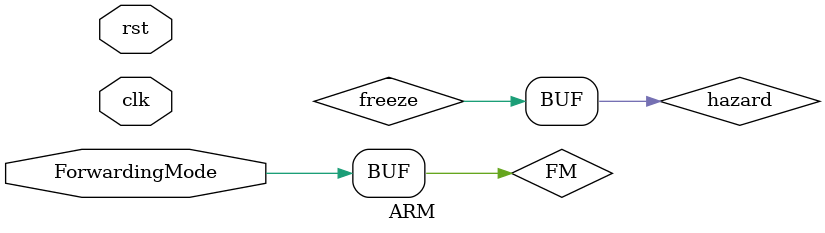
<source format=sv>
`timescale 1ns/1ns
module ARM(
	//output [31:0] PC_IF_reg, Instruction_IF_reg,
	//output [17:0] LEDR, LEDG,


	//input [17:0] SW, 
	//input CLOCK_50

	input clk, rst, ForwardingMode
);
  
	wire freeze, flush, Branch_taken;
	wire [31:0] BranchAddr;
	wire [31:0] PC_IF, PC_IF_reg, PC_ID_reg, PC_EXE, PC_EXE_reg, PC_MEM, PC_MEM_reg, PC_WB;
	wire [31:0] Instruction_IF, Instruction_IF_reg, Instruction_ID, Instruction_ID_reg;	
	

	IF_Stage if_stage(clk, rst, freeze, Branch_taken, BranchAddr, PC_IF, Instruction_IF);
	IF_Reg if_reg(clk, rst, freeze, flush, PC_IF, Instruction_IF, PC_IF_reg, Instruction_IF_reg);

	wire [31:0] Result_WB;
	wire WriteBackEn;
	wire [3:0] Dest_WB;
	wire hazard;
	wire [3:0] SR;

	wire WB_EN_ID, MEM_R_EN_ID, MEM_W_EN_ID, B_ID, S_ID;
	wire [3:0] EXE_CMD_ID;
	wire [31:0] VAL_RN_ID, VAL_RM_ID;
	wire IMM_ID;
	wire [11:0] ShiftOperand_ID;
	wire [23:0] Signed_IMM_24_ID;
	wire [3:0] Dest_ID;
	wire [3:0] SRC1_ID, SRC2_ID;
	wire Two_SRC_ID;

	wire WB_EN_ID_reg, MEM_R_EN_ID_reg, MEM_W_EN_ID_reg, B_ID_reg, S_ID_reg;
	wire [3:0] EXE_CMD_ID_reg;
	wire [31:0] VAL_RN_ID_reg, VAL_RM_ID_reg;
	wire IMM_ID_reg;
	wire [11:0] ShiftOperand_ID_reg;
	wire [23:0] Signed_IMM_24_ID_reg;
	wire [3:0] Dest_ID_reg, SR_ID_reg;
	wire [3:0] SRC1_ID_reg, SRC2_ID_reg;

	ID_Stage id_stage(clk, rst, Instruction_IF_reg,
					  Result_WB, WriteBackEn, Dest_WB, hazard, SR,
					  WB_EN_ID, MEM_R_EN_ID, MEM_W_EN_ID, B_ID, S_ID, EXE_CMD_ID, VAL_RN_ID, VAL_RM_ID, IMM_ID, ShiftOperand_ID, Signed_IMM_24_ID, Dest_ID, SRC1_ID, SRC2_ID, Two_SRC_ID);

	ID_Reg id_reg(clk, rst, flush, WB_EN_ID, MEM_R_EN_ID, MEM_W_EN_ID, B_ID, S_ID, EXE_CMD_ID, PC_IF_reg, VAL_RN_ID, VAL_RM_ID, IMM_ID, ShiftOperand_ID, Signed_IMM_24_ID, Dest_ID, SR,
		      	  WB_EN_ID_reg, MEM_R_EN_ID_reg, MEM_W_EN_ID_reg, B_ID_reg, S_ID_reg, EXE_CMD_ID_reg, PC_ID_reg, VAL_RN_ID_reg, VAL_RM_ID_reg, IMM_ID_reg, ShiftOperand_ID_reg, Signed_IMM_24_ID_reg, Dest_ID_reg, SR_ID_reg,
				  SRC1_ID, SRC2_ID,
				  SRC1_ID_reg, SRC2_ID_reg);


	wire WB_EN_EXE, MEM_R_EN_EXE, MEM_W_EN_EXE, B_EXE, S_EXE;
	wire [31:0] ALU_Res_EXE;
	wire [31:0] VAL_RM_EXE;
	wire [3:0] Dest_EXE, Status_EXE;

	wire WB_EN_EXE_reg, MEM_R_EN_EXE_reg, MEM_W_EN_EXE_reg, B_EXE_reg, S_EXE_reg;
	wire [31:0] ALU_Res_EXE_reg;
	wire [31:0] VAL_RM_EXE_reg;
	wire [3:0] Dest_EXE_reg;
	
	wire [1:0] sel_src1, sel_src2;

	EXE_Stage exe_stage(clk, rst, WB_EN_ID_reg, MEM_R_EN_ID_reg, MEM_W_EN_ID_reg, B_ID_reg, S_ID_reg,
						EXE_CMD_ID_reg, SR_ID_reg, PC_ID_reg, VAL_RN_ID_reg, VAL_RM_ID_reg, IMM_ID_reg,
						ShiftOperand_ID_reg, Signed_IMM_24_ID_reg, Dest_ID_reg,
						WB_EN_EXE, MEM_R_EN_EXE, MEM_W_EN_EXE, B_EXE, S_EXE,
						ALU_Res_EXE, VAL_RM_EXE,
						Dest_EXE, Status_EXE, BranchAddr,

						sel_src1, sel_src2,
						ALU_Res_EXE_reg, Result_WB);

	EXE_Reg exe_reg(clk, rst, WB_EN_EXE, MEM_R_EN_EXE, MEM_W_EN_EXE, B_EXE, S_EXE,
					ALU_Res_EXE, VAL_RM_EXE, Dest_EXE,
					WB_EN_EXE_reg, MEM_R_EN_EXE_reg, MEM_W_EN_EXE_reg, B_EXE_reg, S_EXE_reg,
					ALU_Res_EXE_reg, VAL_RM_EXE_reg, Dest_EXE_reg);

	Status_Reg status_reg(clk, rst, Status_EXE, S_ID_reg, SR);


	wire WB_EN_MEM, MEM_R_EN_MEM;
	wire [31:0] ALU_Res_MEM, DATA_MEM;
	wire [3:0] Dest_MEM;

	wire WB_EN_MEM_reg, MEM_R_EN_MEM_reg;
	wire [31:0] ALU_Res_MEM_reg, DATA_MEM_reg;
	wire [3:0] Dest_MEM_reg;

	MEM_Stage mem_stage(clk, rst, WB_EN_EXE_reg, MEM_R_EN_EXE_reg, MEM_W_EN_EXE_reg,
						ALU_Res_EXE_reg, VAL_RM_EXE_reg, Dest_EXE_reg,
						WB_EN_MEM, MEM_R_EN_MEM, ALU_Res_MEM, DATA_MEM, Dest_MEM);

	MEM_Reg mem_reg(clk, rst, WB_EN_MEM, MEM_R_EN_MEM, ALU_Res_MEM, DATA_MEM, Dest_MEM,
					WB_EN_MEM_reg, MEM_R_EN_MEM_reg, ALU_Res_MEM_reg, DATA_MEM_reg, Dest_MEM_reg);

	WB_Stage wb_stage(clk, rst, WB_EN_MEM_reg, MEM_R_EN_MEM_reg, ALU_Res_MEM_reg, DATA_MEM_reg, Dest_MEM_reg,
					  WriteBackEn, Result_WB, Dest_WB);
	

	HDU hdu(SRC1_ID, SRC2_ID, Dest_EXE, Dest_MEM, WB_EN_EXE, WB_EN_MEM, Two_SRC_ID, hazard);

	wire FM = ForwardingMode;
	ForwardingUnit fwd(FM, SRC1_ID_reg, SRC2_ID_reg, Dest_MEM, Dest_WB, WB_EN_MEM, WB_EN_WB, sel_src1, sel_src2);


	assign freeze = hazard;
	assign flush = B_ID_reg;
	assign Branch_taken = B_ID_reg;

	//wire clk, rst;
	//assign clk = CLOCK_50;
	//assign rst = SW[0];
	//assign ForwardingMode = SW[1];

/*
	//assign clk = SW[17];
	//assign LEDR[0] = rst;
	//assign LEDG[3:0] = Instruction_IF_reg[24:21];
	//assign LEDR[17:0] = PC_IF_reg[17:0];
*/

	

endmodule


</source>
